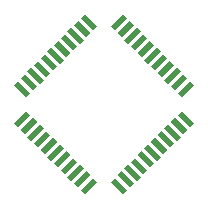
<source format=gtp>
G75*
G70*
%OFA0B0*%
%FSLAX24Y24*%
%IPPOS*%
%LPD*%
%AMOC8*
5,1,8,0,0,1.08239X$1,22.5*
%
%ADD10R,0.0591X0.0197*%
%ADD11R,0.0197X0.0591*%
D10*
G36*
X005050Y012276D02*
X004634Y012692D01*
X004772Y012830D01*
X005188Y012414D01*
X005050Y012276D01*
G37*
G36*
X005273Y012499D02*
X004857Y012915D01*
X004995Y013053D01*
X005411Y012637D01*
X005273Y012499D01*
G37*
G36*
X005496Y012721D02*
X005080Y013137D01*
X005218Y013275D01*
X005634Y012859D01*
X005496Y012721D01*
G37*
G36*
X005718Y012944D02*
X005302Y013360D01*
X005440Y013498D01*
X005856Y013082D01*
X005718Y012944D01*
G37*
G36*
X005941Y013167D02*
X005525Y013583D01*
X005663Y013721D01*
X006079Y013305D01*
X005941Y013167D01*
G37*
G36*
X006164Y013389D02*
X005748Y013805D01*
X005886Y013943D01*
X006302Y013527D01*
X006164Y013389D01*
G37*
G36*
X006386Y013612D02*
X005970Y014028D01*
X006108Y014166D01*
X006524Y013750D01*
X006386Y013612D01*
G37*
G36*
X006609Y013835D02*
X006193Y014251D01*
X006331Y014389D01*
X006747Y013973D01*
X006609Y013835D01*
G37*
G36*
X006832Y014058D02*
X006416Y014474D01*
X006554Y014612D01*
X006970Y014196D01*
X006832Y014058D01*
G37*
G36*
X007054Y014280D02*
X006638Y014696D01*
X006776Y014834D01*
X007192Y014418D01*
X007054Y014280D01*
G37*
G36*
X007277Y014503D02*
X006861Y014919D01*
X006999Y015057D01*
X007415Y014641D01*
X007277Y014503D01*
G37*
G36*
X004048Y017732D02*
X003632Y018148D01*
X003770Y018286D01*
X004186Y017870D01*
X004048Y017732D01*
G37*
G36*
X003825Y017510D02*
X003409Y017926D01*
X003547Y018064D01*
X003963Y017648D01*
X003825Y017510D01*
G37*
G36*
X003602Y017287D02*
X003186Y017703D01*
X003324Y017841D01*
X003740Y017425D01*
X003602Y017287D01*
G37*
G36*
X003380Y017064D02*
X002964Y017480D01*
X003102Y017618D01*
X003518Y017202D01*
X003380Y017064D01*
G37*
G36*
X003157Y016841D02*
X002741Y017257D01*
X002879Y017395D01*
X003295Y016979D01*
X003157Y016841D01*
G37*
G36*
X002934Y016619D02*
X002518Y017035D01*
X002656Y017173D01*
X003072Y016757D01*
X002934Y016619D01*
G37*
G36*
X002712Y016396D02*
X002296Y016812D01*
X002434Y016950D01*
X002850Y016534D01*
X002712Y016396D01*
G37*
G36*
X002489Y016173D02*
X002073Y016589D01*
X002211Y016727D01*
X002627Y016311D01*
X002489Y016173D01*
G37*
G36*
X002266Y015951D02*
X001850Y016367D01*
X001988Y016505D01*
X002404Y016089D01*
X002266Y015951D01*
G37*
G36*
X002044Y015728D02*
X001628Y016144D01*
X001766Y016282D01*
X002182Y015866D01*
X002044Y015728D01*
G37*
G36*
X001821Y015505D02*
X001405Y015921D01*
X001543Y016059D01*
X001959Y015643D01*
X001821Y015505D01*
G37*
D11*
G36*
X003770Y012276D02*
X003632Y012414D01*
X004048Y012830D01*
X004186Y012692D01*
X003770Y012276D01*
G37*
G36*
X003547Y012499D02*
X003409Y012637D01*
X003825Y013053D01*
X003963Y012915D01*
X003547Y012499D01*
G37*
G36*
X003324Y012721D02*
X003186Y012859D01*
X003602Y013275D01*
X003740Y013137D01*
X003324Y012721D01*
G37*
G36*
X003102Y012944D02*
X002964Y013082D01*
X003380Y013498D01*
X003518Y013360D01*
X003102Y012944D01*
G37*
G36*
X002879Y013167D02*
X002741Y013305D01*
X003157Y013721D01*
X003295Y013583D01*
X002879Y013167D01*
G37*
G36*
X002656Y013389D02*
X002518Y013527D01*
X002934Y013943D01*
X003072Y013805D01*
X002656Y013389D01*
G37*
G36*
X002434Y013612D02*
X002296Y013750D01*
X002712Y014166D01*
X002850Y014028D01*
X002434Y013612D01*
G37*
G36*
X002211Y013835D02*
X002073Y013973D01*
X002489Y014389D01*
X002627Y014251D01*
X002211Y013835D01*
G37*
G36*
X001988Y014058D02*
X001850Y014196D01*
X002266Y014612D01*
X002404Y014474D01*
X001988Y014058D01*
G37*
G36*
X001766Y014280D02*
X001628Y014418D01*
X002044Y014834D01*
X002182Y014696D01*
X001766Y014280D01*
G37*
G36*
X001543Y014503D02*
X001405Y014641D01*
X001821Y015057D01*
X001959Y014919D01*
X001543Y014503D01*
G37*
G36*
X004772Y017732D02*
X004634Y017870D01*
X005050Y018286D01*
X005188Y018148D01*
X004772Y017732D01*
G37*
G36*
X004995Y017510D02*
X004857Y017648D01*
X005273Y018064D01*
X005411Y017926D01*
X004995Y017510D01*
G37*
G36*
X005218Y017287D02*
X005080Y017425D01*
X005496Y017841D01*
X005634Y017703D01*
X005218Y017287D01*
G37*
G36*
X005440Y017064D02*
X005302Y017202D01*
X005718Y017618D01*
X005856Y017480D01*
X005440Y017064D01*
G37*
G36*
X005663Y016841D02*
X005525Y016979D01*
X005941Y017395D01*
X006079Y017257D01*
X005663Y016841D01*
G37*
G36*
X005886Y016619D02*
X005748Y016757D01*
X006164Y017173D01*
X006302Y017035D01*
X005886Y016619D01*
G37*
G36*
X006108Y016396D02*
X005970Y016534D01*
X006386Y016950D01*
X006524Y016812D01*
X006108Y016396D01*
G37*
G36*
X006331Y016173D02*
X006193Y016311D01*
X006609Y016727D01*
X006747Y016589D01*
X006331Y016173D01*
G37*
G36*
X006554Y015951D02*
X006416Y016089D01*
X006832Y016505D01*
X006970Y016367D01*
X006554Y015951D01*
G37*
G36*
X006776Y015728D02*
X006638Y015866D01*
X007054Y016282D01*
X007192Y016144D01*
X006776Y015728D01*
G37*
G36*
X006999Y015505D02*
X006861Y015643D01*
X007277Y016059D01*
X007415Y015921D01*
X006999Y015505D01*
G37*
M02*

</source>
